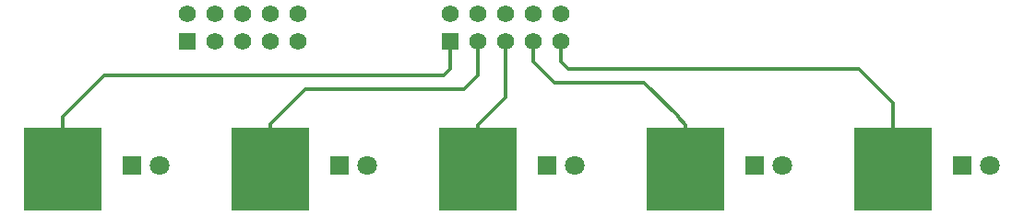
<source format=gbr>
G04 #@! TF.GenerationSoftware,KiCad,Pcbnew,(5.0.2)-1*
G04 #@! TF.CreationDate,2019-01-01T20:31:05-08:00*
G04 #@! TF.ProjectId,500-1142,3530302d-3131-4343-922e-6b696361645f,rev?*
G04 #@! TF.SameCoordinates,Original*
G04 #@! TF.FileFunction,Copper,L1,Top*
G04 #@! TF.FilePolarity,Positive*
%FSLAX46Y46*%
G04 Gerber Fmt 4.6, Leading zero omitted, Abs format (unit mm)*
G04 Created by KiCad (PCBNEW (5.0.2)-1) date 1/1/2019 8:31:05 PM*
%MOMM*%
%LPD*%
G01*
G04 APERTURE LIST*
G04 #@! TA.AperFunction,ComponentPad*
%ADD10R,1.800000X1.800000*%
G04 #@! TD*
G04 #@! TA.AperFunction,ComponentPad*
%ADD11C,1.800000*%
G04 #@! TD*
G04 #@! TA.AperFunction,ComponentPad*
%ADD12R,7.112000X7.620000*%
G04 #@! TD*
G04 #@! TA.AperFunction,ComponentPad*
%ADD13R,1.574800X1.574800*%
G04 #@! TD*
G04 #@! TA.AperFunction,ComponentPad*
%ADD14C,1.574800*%
G04 #@! TD*
G04 #@! TA.AperFunction,Conductor*
%ADD15C,0.304800*%
G04 #@! TD*
G04 APERTURE END LIST*
D10*
G04 #@! TO.P,D1,1*
G04 #@! TO.N,Net-(D1-Pad1)*
X82550000Y-90170000D03*
D11*
G04 #@! TO.P,D1,2*
G04 #@! TO.N,Net-(D1-Pad2)*
X85090000Y-90170000D03*
G04 #@! TD*
G04 #@! TO.P,D2,2*
G04 #@! TO.N,Net-(D2-Pad2)*
X104140000Y-90170000D03*
D10*
G04 #@! TO.P,D2,1*
G04 #@! TO.N,Net-(D2-Pad1)*
X101600000Y-90170000D03*
G04 #@! TD*
G04 #@! TO.P,D3,1*
G04 #@! TO.N,Net-(D3-Pad1)*
X120650000Y-90170000D03*
D11*
G04 #@! TO.P,D3,2*
G04 #@! TO.N,Net-(D3-Pad2)*
X123190000Y-90170000D03*
G04 #@! TD*
G04 #@! TO.P,D4,2*
G04 #@! TO.N,Net-(D4-Pad2)*
X142240000Y-90170000D03*
D10*
G04 #@! TO.P,D4,1*
G04 #@! TO.N,Net-(D4-Pad1)*
X139700000Y-90170000D03*
G04 #@! TD*
G04 #@! TO.P,D5,1*
G04 #@! TO.N,Net-(D5-Pad1)*
X158750000Y-90170000D03*
D11*
G04 #@! TO.P,D5,2*
G04 #@! TO.N,Net-(D5-Pad2)*
X161290000Y-90170000D03*
G04 #@! TD*
D12*
G04 #@! TO.P,P1,1*
G04 #@! TO.N,Net-(P1-Pad1)*
X76200000Y-90551000D03*
G04 #@! TD*
G04 #@! TO.P,P2,1*
G04 #@! TO.N,Net-(P2-Pad1)*
X95250000Y-90551000D03*
G04 #@! TD*
G04 #@! TO.P,P3,1*
G04 #@! TO.N,Net-(P3-Pad1)*
X114300000Y-90551000D03*
G04 #@! TD*
G04 #@! TO.P,P4,1*
G04 #@! TO.N,Net-(P4-Pad1)*
X133350000Y-90551000D03*
G04 #@! TD*
G04 #@! TO.P,P5,1*
G04 #@! TO.N,Net-(P5-Pad1)*
X152400000Y-90551000D03*
G04 #@! TD*
D13*
G04 #@! TO.P,P6,1*
G04 #@! TO.N,Net-(P1-Pad1)*
X111760000Y-78740000D03*
D14*
G04 #@! TO.P,P6,2*
G04 #@! TO.N,Net-(P6-Pad10)*
X111760000Y-76200000D03*
G04 #@! TO.P,P6,3*
G04 #@! TO.N,Net-(P2-Pad1)*
X114300000Y-78740000D03*
G04 #@! TO.P,P6,4*
G04 #@! TO.N,Net-(P6-Pad10)*
X114300000Y-76200000D03*
G04 #@! TO.P,P6,5*
G04 #@! TO.N,Net-(P3-Pad1)*
X116840000Y-78740000D03*
G04 #@! TO.P,P6,6*
G04 #@! TO.N,Net-(P6-Pad10)*
X116840000Y-76200000D03*
G04 #@! TO.P,P6,7*
G04 #@! TO.N,Net-(P4-Pad1)*
X119380000Y-78740000D03*
G04 #@! TO.P,P6,8*
G04 #@! TO.N,Net-(P6-Pad10)*
X119380000Y-76200000D03*
G04 #@! TO.P,P6,9*
G04 #@! TO.N,Net-(P5-Pad1)*
X121920000Y-78740000D03*
G04 #@! TO.P,P6,10*
G04 #@! TO.N,Net-(P6-Pad10)*
X121920000Y-76200000D03*
G04 #@! TD*
G04 #@! TO.P,P7,10*
G04 #@! TO.N,Net-(D5-Pad1)*
X97790000Y-76200000D03*
G04 #@! TO.P,P7,9*
G04 #@! TO.N,Net-(D5-Pad2)*
X97790000Y-78740000D03*
G04 #@! TO.P,P7,8*
G04 #@! TO.N,Net-(D4-Pad1)*
X95250000Y-76200000D03*
G04 #@! TO.P,P7,7*
G04 #@! TO.N,Net-(D4-Pad2)*
X95250000Y-78740000D03*
G04 #@! TO.P,P7,6*
G04 #@! TO.N,Net-(D3-Pad1)*
X92710000Y-76200000D03*
G04 #@! TO.P,P7,5*
G04 #@! TO.N,Net-(D3-Pad2)*
X92710000Y-78740000D03*
G04 #@! TO.P,P7,4*
G04 #@! TO.N,Net-(D2-Pad1)*
X90170000Y-76200000D03*
G04 #@! TO.P,P7,3*
G04 #@! TO.N,Net-(D2-Pad2)*
X90170000Y-78740000D03*
G04 #@! TO.P,P7,2*
G04 #@! TO.N,Net-(D1-Pad1)*
X87630000Y-76200000D03*
D13*
G04 #@! TO.P,P7,1*
G04 #@! TO.N,Net-(D1-Pad2)*
X87630000Y-78740000D03*
G04 #@! TD*
D15*
G04 #@! TO.N,Net-(P1-Pad1)*
X111760000Y-81280000D02*
X111760000Y-78740000D01*
X111125000Y-81915000D02*
X111760000Y-81280000D01*
X80010000Y-81915000D02*
X111125000Y-81915000D01*
X76200000Y-90551000D02*
X76200000Y-85725000D01*
X76200000Y-85725000D02*
X80010000Y-81915000D01*
G04 #@! TO.N,Net-(P2-Pad1)*
X95250000Y-90551000D02*
X95250000Y-86360000D01*
X95250000Y-86360000D02*
X98425000Y-83185000D01*
X98425000Y-83185000D02*
X113030000Y-83185000D01*
X113030000Y-83185000D02*
X114300000Y-81915000D01*
X114300000Y-81915000D02*
X114300000Y-78740000D01*
G04 #@! TO.N,Net-(P3-Pad1)*
X116840000Y-79853551D02*
X116840000Y-78740000D01*
X116840000Y-83896200D02*
X116840000Y-79853551D01*
X114300000Y-86436200D02*
X116840000Y-83896200D01*
X114300000Y-90551000D02*
X114300000Y-86436200D01*
G04 #@! TO.N,Net-(P4-Pad1)*
X133350000Y-86436200D02*
X132638800Y-85725000D01*
X133350000Y-90551000D02*
X133350000Y-86436200D01*
X132638800Y-85725000D02*
X132638800Y-85648800D01*
X132638800Y-85648800D02*
X129540000Y-82550000D01*
X129540000Y-82550000D02*
X121285000Y-82550000D01*
X121285000Y-82550000D02*
X119380000Y-80645000D01*
X119380000Y-80645000D02*
X119380000Y-78740000D01*
G04 #@! TO.N,Net-(P5-Pad1)*
X121920000Y-80645000D02*
X121920000Y-78740000D01*
X122555000Y-81280000D02*
X121920000Y-80645000D01*
X149225000Y-81280000D02*
X122555000Y-81280000D01*
X152400000Y-90551000D02*
X152400000Y-84455000D01*
X152400000Y-84455000D02*
X149225000Y-81280000D01*
G04 #@! TD*
M02*

</source>
